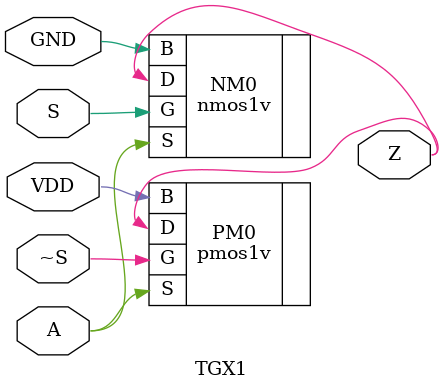
<source format=v>

module TGX1 (
A,S,\~S ,GND,VDD,Z );
input  A;
input  S;
input  \~S ;
input  GND;
input  VDD;
output  Z;
wire \~S ;
wire VDD;
wire S;
wire Z;
wire A;
wire GND;

nmos1v    
 NM0  ( .S( A ), .G( S ), .B( GND ), .D( Z ) );

pmos1v    
 PM0  ( .S( A ), .G( \~S  ), .B( VDD ), .D( Z ) );

endmodule


</source>
